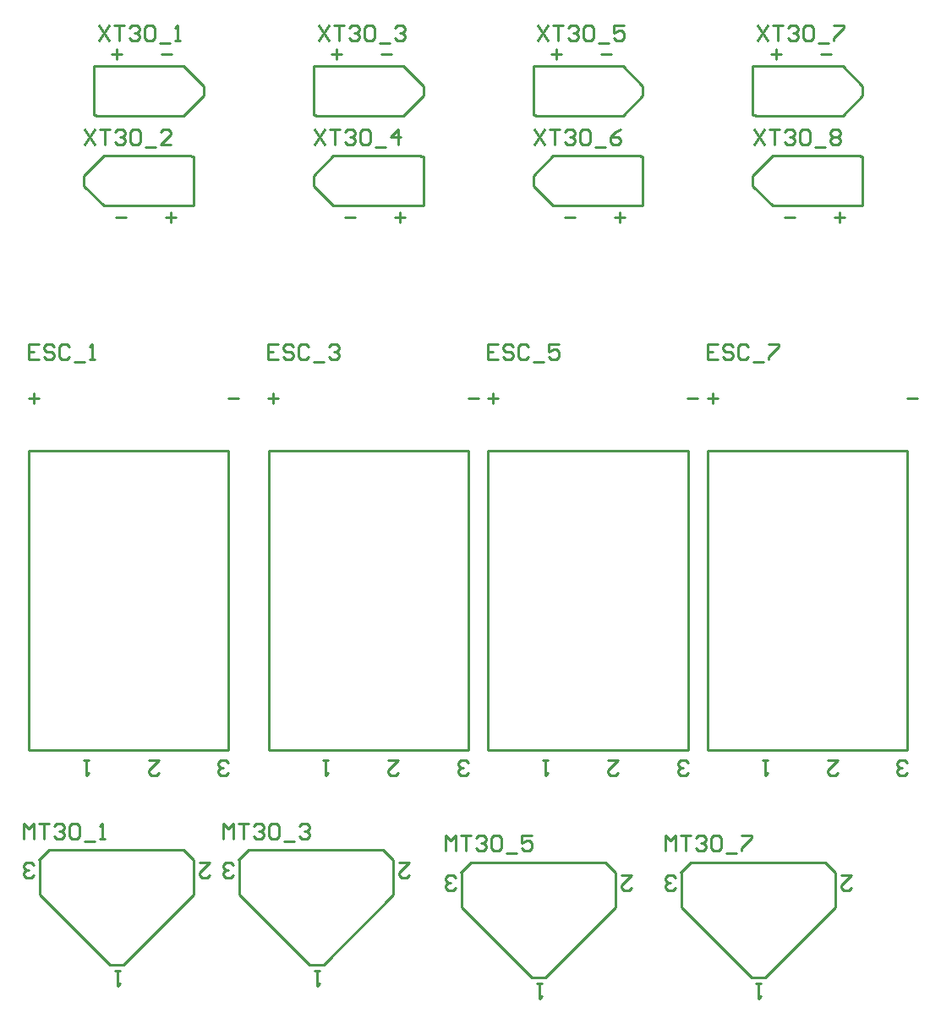
<source format=gto>
G04 Layer_Color=65535*
%FSLAX25Y25*%
%MOIN*%
G70*
G01*
G75*
%ADD15C,0.01000*%
%ADD16C,0.01000*%
D15*
X131890Y451181D02*
X132677D01*
X133071Y450787D01*
X152362D01*
X160236D01*
X164173D01*
X165354D01*
X167323D01*
X175197Y458661D01*
Y462598D01*
X167323Y470472D02*
X175197Y462598D01*
X131890Y470472D02*
X167323D01*
X131890Y451181D02*
Y470472D01*
X218504Y451181D02*
X219291D01*
X219685Y450787D01*
X238976D01*
X246850D01*
X250787D01*
X251969D01*
X253937D01*
X261811Y458661D01*
Y462598D01*
X253937Y470472D02*
X261811Y462598D01*
X218504Y470472D02*
X253937D01*
X218504Y451181D02*
Y470472D01*
X391732Y451181D02*
X392520D01*
X392913Y450787D01*
X412205D01*
X420079D01*
X424016D01*
X425197D01*
X427165D01*
X435039Y458661D01*
Y462598D01*
X427165Y470472D02*
X435039Y462598D01*
X391732Y470472D02*
X427165D01*
X391732Y451181D02*
Y470472D01*
X305118Y451181D02*
X305906D01*
X306299Y450787D01*
X325591D01*
X333465D01*
X337402D01*
X338583D01*
X340551D01*
X348425Y458661D01*
Y462598D01*
X340551Y470472D02*
X348425Y462598D01*
X305118Y470472D02*
X340551D01*
X305118Y451181D02*
Y470472D01*
X452756Y200787D02*
Y318898D01*
X374016Y200787D02*
X452756D01*
X374016D02*
Y318898D01*
X452756D01*
X304528Y111272D02*
X308071D01*
X276969Y138831D02*
X304528Y111272D01*
X276969Y138831D02*
Y152217D01*
X276575Y152610D02*
X276969Y152217D01*
X276575Y152610D02*
X280512Y156547D01*
X308071Y111272D02*
X310039D01*
X337598Y138831D01*
Y152610D01*
X333661Y156547D02*
X337598Y152610D01*
X280512Y156547D02*
X333661D01*
X366142Y200787D02*
Y318898D01*
X287402Y200787D02*
X366142D01*
X287402D02*
Y318898D01*
X366142D01*
X434252Y434646D02*
X435039D01*
X433858Y435039D02*
X434252Y434646D01*
X414567Y435039D02*
X433858D01*
X406693D02*
X414567D01*
X402756D02*
X406693D01*
X401575D02*
X402756D01*
X399606D02*
X401575D01*
X391732Y427165D02*
X399606Y435039D01*
X391732Y423228D02*
Y427165D01*
Y423228D02*
X399606Y415354D01*
X435039D01*
Y434646D01*
X347638D02*
X348425D01*
X347244Y435039D02*
X347638Y434646D01*
X327953Y435039D02*
X347244D01*
X320079D02*
X327953D01*
X316142D02*
X320079D01*
X314961D02*
X316142D01*
X312992D02*
X314961D01*
X305118Y427165D02*
X312992Y435039D01*
X305118Y423228D02*
Y427165D01*
Y423228D02*
X312992Y415354D01*
X348425D01*
Y434646D01*
X261024D02*
X261811D01*
X260630Y435039D02*
X261024Y434646D01*
X241339Y435039D02*
X260630D01*
X233465D02*
X241339D01*
X229528D02*
X233465D01*
X228346D02*
X229528D01*
X226378D02*
X228346D01*
X218504Y427165D02*
X226378Y435039D01*
X218504Y423228D02*
Y427165D01*
Y423228D02*
X226378Y415354D01*
X261811D01*
Y434646D01*
X170472D02*
X171260D01*
X170079Y435039D02*
X170472Y434646D01*
X150787Y435039D02*
X170079D01*
X142913D02*
X150787D01*
X138976D02*
X142913D01*
X137795D02*
X138976D01*
X135827D02*
X137795D01*
X127953Y427165D02*
X135827Y435039D01*
X127953Y423228D02*
Y427165D01*
Y423228D02*
X135827Y415354D01*
X171260D01*
Y434646D01*
X391142Y111272D02*
X394685D01*
X363583Y138831D02*
X391142Y111272D01*
X363583Y138831D02*
Y152217D01*
X363189Y152610D02*
X363583Y152217D01*
X363189Y152610D02*
X367126Y156547D01*
X394685Y111272D02*
X396654D01*
X424213Y138831D01*
Y152610D01*
X420276Y156547D02*
X424213Y152610D01*
X367126Y156547D02*
X420276D01*
X216929Y116142D02*
X220472D01*
X189370Y143701D02*
X216929Y116142D01*
X189370Y143701D02*
Y157087D01*
X188976Y157481D02*
X189370Y157087D01*
X188976Y157481D02*
X192913Y161418D01*
X220472Y116142D02*
X222441D01*
X250000Y143701D01*
Y157481D01*
X250000D02*
X250000D01*
X246063Y161418D02*
X250000Y157481D01*
X192913Y161418D02*
X246063D01*
X138189Y116142D02*
X141732D01*
X110630Y143701D02*
X138189Y116142D01*
X110630Y143701D02*
Y157087D01*
X110236Y157481D02*
X110630Y157087D01*
X110236Y157481D02*
X114173Y161418D01*
X141732Y116142D02*
X143701D01*
X171260Y143701D01*
Y157481D01*
X167323Y161418D02*
X171260Y157481D01*
X114173Y161418D02*
X167323D01*
X279528Y200787D02*
Y318898D01*
X200787Y200787D02*
X279528D01*
X200787D02*
Y318898D01*
X279528D01*
X185039Y200787D02*
Y318898D01*
X106299Y200787D02*
X185039D01*
X106299D02*
Y318898D01*
X185039D01*
X133858Y486313D02*
X137857Y480315D01*
Y486313D02*
X133858Y480315D01*
X139856Y486313D02*
X143855D01*
X141856D01*
Y480315D01*
X145854Y485313D02*
X146854Y486313D01*
X148853D01*
X149853Y485313D01*
Y484314D01*
X148853Y483314D01*
X147854D01*
X148853D01*
X149853Y482314D01*
Y481315D01*
X148853Y480315D01*
X146854D01*
X145854Y481315D01*
X151852Y485313D02*
X152852Y486313D01*
X154851D01*
X155851Y485313D01*
Y481315D01*
X154851Y480315D01*
X152852D01*
X151852Y481315D01*
Y485313D01*
X157851Y479315D02*
X161849D01*
X163849Y480315D02*
X165848D01*
X164848D01*
Y486313D01*
X163849Y485313D01*
X158661Y475046D02*
X162660D01*
X138976D02*
X142975D01*
X140976Y477046D02*
Y473047D01*
X220472Y486313D02*
X224471Y480315D01*
Y486313D02*
X220472Y480315D01*
X226470Y486313D02*
X230469D01*
X228470D01*
Y480315D01*
X232469Y485313D02*
X233468Y486313D01*
X235468D01*
X236467Y485313D01*
Y484314D01*
X235468Y483314D01*
X234468D01*
X235468D01*
X236467Y482314D01*
Y481315D01*
X235468Y480315D01*
X233468D01*
X232469Y481315D01*
X238467Y485313D02*
X239466Y486313D01*
X241466D01*
X242465Y485313D01*
Y481315D01*
X241466Y480315D01*
X239466D01*
X238467Y481315D01*
Y485313D01*
X244465Y479315D02*
X248463D01*
X250463Y485313D02*
X251462Y486313D01*
X253462D01*
X254462Y485313D01*
Y484314D01*
X253462Y483314D01*
X252462D01*
X253462D01*
X254462Y482314D01*
Y481315D01*
X253462Y480315D01*
X251462D01*
X250463Y481315D01*
X245276Y475046D02*
X249274D01*
X225590D02*
X229589D01*
X227590Y477046D02*
Y473047D01*
X393701Y486313D02*
X397699Y480315D01*
Y486313D02*
X393701Y480315D01*
X399699Y486313D02*
X403698D01*
X401698D01*
Y480315D01*
X405697Y485313D02*
X406697Y486313D01*
X408696D01*
X409696Y485313D01*
Y484314D01*
X408696Y483314D01*
X407696D01*
X408696D01*
X409696Y482314D01*
Y481315D01*
X408696Y480315D01*
X406697D01*
X405697Y481315D01*
X411695Y485313D02*
X412695Y486313D01*
X414694D01*
X415694Y485313D01*
Y481315D01*
X414694Y480315D01*
X412695D01*
X411695Y481315D01*
Y485313D01*
X417693Y479315D02*
X421692D01*
X423691Y486313D02*
X427690D01*
Y485313D01*
X423691Y481315D01*
Y480315D01*
X418504Y475046D02*
X422503D01*
X398819D02*
X402818D01*
X400818Y477046D02*
Y473047D01*
X307087Y486313D02*
X311085Y480315D01*
Y486313D02*
X307087Y480315D01*
X313085Y486313D02*
X317083D01*
X315084D01*
Y480315D01*
X319083Y485313D02*
X320082Y486313D01*
X322082D01*
X323081Y485313D01*
Y484314D01*
X322082Y483314D01*
X321082D01*
X322082D01*
X323081Y482314D01*
Y481315D01*
X322082Y480315D01*
X320082D01*
X319083Y481315D01*
X325081Y485313D02*
X326080Y486313D01*
X328080D01*
X329080Y485313D01*
Y481315D01*
X328080Y480315D01*
X326080D01*
X325081Y481315D01*
Y485313D01*
X331079Y479315D02*
X335078D01*
X341076Y486313D02*
X337077D01*
Y483314D01*
X339076Y484314D01*
X340076D01*
X341076Y483314D01*
Y481315D01*
X340076Y480315D01*
X338077D01*
X337077Y481315D01*
X331890Y475046D02*
X335889D01*
X312205D02*
X316203D01*
X314204Y477046D02*
Y473047D01*
X377904Y360811D02*
X373905D01*
Y354813D01*
X377904D01*
X373905Y357812D02*
X375905D01*
X383902Y359812D02*
X382902Y360811D01*
X380903D01*
X379903Y359812D01*
Y358812D01*
X380903Y357812D01*
X382902D01*
X383902Y356813D01*
Y355813D01*
X382902Y354813D01*
X380903D01*
X379903Y355813D01*
X389900Y359812D02*
X388900Y360811D01*
X386901D01*
X385901Y359812D01*
Y355813D01*
X386901Y354813D01*
X388900D01*
X389900Y355813D01*
X391899Y353814D02*
X395898D01*
X397898Y360811D02*
X401896D01*
Y359812D01*
X397898Y355813D01*
Y354813D01*
X377953Y339521D02*
X373954D01*
X375953Y337521D02*
Y341520D01*
X456693Y339521D02*
X452694D01*
X397638Y196850D02*
X395638D01*
X396638D01*
Y190852D01*
X397638Y191852D01*
X421198Y196850D02*
X425197D01*
X421198Y192852D01*
Y191852D01*
X422198Y190852D01*
X424197D01*
X425197Y191852D01*
X452756D02*
X451756Y190852D01*
X449757D01*
X448757Y191852D01*
Y192852D01*
X449757Y193851D01*
X450757D01*
X449757D01*
X448757Y194851D01*
Y195851D01*
X449757Y196850D01*
X451756D01*
X452756Y195851D01*
X270615Y161089D02*
Y167087D01*
X272614Y165088D01*
X274614Y167087D01*
Y161089D01*
X276613Y167087D02*
X280612D01*
X278612D01*
Y161089D01*
X282611Y166087D02*
X283611Y167087D01*
X285610D01*
X286610Y166087D01*
Y165088D01*
X285610Y164088D01*
X284610D01*
X285610D01*
X286610Y163088D01*
Y162089D01*
X285610Y161089D01*
X283611D01*
X282611Y162089D01*
X288609Y166087D02*
X289609Y167087D01*
X291608D01*
X292608Y166087D01*
Y162089D01*
X291608Y161089D01*
X289609D01*
X288609Y162089D01*
Y166087D01*
X294607Y160089D02*
X298606D01*
X304604Y167087D02*
X300605D01*
Y164088D01*
X302605Y165088D01*
X303604D01*
X304604Y164088D01*
Y162089D01*
X303604Y161089D01*
X301605D01*
X300605Y162089D01*
X308465Y108909D02*
X306465D01*
X307465D01*
Y102911D01*
X308465Y103911D01*
X274606Y146431D02*
X273607Y145431D01*
X271607D01*
X270608Y146431D01*
Y147430D01*
X271607Y148430D01*
X272607D01*
X271607D01*
X270608Y149430D01*
Y150429D01*
X271607Y151429D01*
X273607D01*
X274606Y150429D01*
X339899Y151429D02*
X343898D01*
X339899Y147430D01*
Y146431D01*
X340899Y145431D01*
X342898D01*
X343898Y146431D01*
X291322Y360823D02*
X287323D01*
Y354824D01*
X291322D01*
X287323Y357823D02*
X289323D01*
X297320Y359823D02*
X296320Y360823D01*
X294321D01*
X293321Y359823D01*
Y358823D01*
X294321Y357823D01*
X296320D01*
X297320Y356824D01*
Y355824D01*
X296320Y354824D01*
X294321D01*
X293321Y355824D01*
X303318Y359823D02*
X302319Y360823D01*
X300319D01*
X299320Y359823D01*
Y355824D01*
X300319Y354824D01*
X302319D01*
X303318Y355824D01*
X305317Y353825D02*
X309316D01*
X315314Y360823D02*
X311316D01*
Y357823D01*
X313315Y358823D01*
X314315D01*
X315314Y357823D01*
Y355824D01*
X314315Y354824D01*
X312315D01*
X311316Y355824D01*
X291339Y339521D02*
X287340D01*
X289339Y337521D02*
Y341520D01*
X370079Y339521D02*
X366080D01*
X311024Y196850D02*
X309024D01*
X310024D01*
Y190852D01*
X311024Y191852D01*
X334584Y196850D02*
X338583D01*
X334584Y192852D01*
Y191852D01*
X335584Y190852D01*
X337583D01*
X338583Y191852D01*
X366142D02*
X365142Y190852D01*
X363143D01*
X362143Y191852D01*
Y192852D01*
X363143Y193851D01*
X364142D01*
X363143D01*
X362143Y194851D01*
Y195851D01*
X363143Y196850D01*
X365142D01*
X366142Y195851D01*
X104289Y165870D02*
Y171868D01*
X106288Y169869D01*
X108288Y171868D01*
Y165870D01*
X110287Y171868D02*
X114286D01*
X112286D01*
Y165870D01*
X116285Y170869D02*
X117285Y171868D01*
X119284D01*
X120284Y170869D01*
Y169869D01*
X119284Y168869D01*
X118284D01*
X119284D01*
X120284Y167869D01*
Y166870D01*
X119284Y165870D01*
X117285D01*
X116285Y166870D01*
X122283Y170869D02*
X123283Y171868D01*
X125282D01*
X126282Y170869D01*
Y166870D01*
X125282Y165870D01*
X123283D01*
X122283Y166870D01*
Y170869D01*
X128281Y164871D02*
X132280D01*
X134279Y165870D02*
X136279D01*
X135279D01*
Y171868D01*
X134279Y170869D01*
X142126Y113780D02*
X140127D01*
X141126D01*
Y107782D01*
X142126Y108781D01*
X108268Y151301D02*
X107268Y150301D01*
X105269D01*
X104269Y151301D01*
Y152301D01*
X105269Y153300D01*
X106268D01*
X105269D01*
X104269Y154300D01*
Y155300D01*
X105269Y156299D01*
X107268D01*
X108268Y155300D01*
X173560Y156299D02*
X177559D01*
X173560Y152301D01*
Y151301D01*
X174560Y150301D01*
X176559D01*
X177559Y151301D01*
X110258Y360745D02*
X106259D01*
Y354747D01*
X110258D01*
X106259Y357746D02*
X108258D01*
X116256Y359746D02*
X115256Y360745D01*
X113257D01*
X112257Y359746D01*
Y358746D01*
X113257Y357746D01*
X115256D01*
X116256Y356747D01*
Y355747D01*
X115256Y354747D01*
X113257D01*
X112257Y355747D01*
X122254Y359746D02*
X121254Y360745D01*
X119255D01*
X118255Y359746D01*
Y355747D01*
X119255Y354747D01*
X121254D01*
X122254Y355747D01*
X124253Y353748D02*
X128252D01*
X130251Y354747D02*
X132251D01*
X131251D01*
Y360745D01*
X130251Y359746D01*
X110236Y339521D02*
X106237D01*
X108237Y337521D02*
Y341520D01*
X188976Y339521D02*
X184978D01*
X129921Y196850D02*
X127922D01*
X128922D01*
Y190852D01*
X129921Y191852D01*
X153482Y196850D02*
X157480D01*
X153482Y192852D01*
Y191852D01*
X154481Y190852D01*
X156481D01*
X157480Y191852D01*
X185039D02*
X184040Y190852D01*
X182040D01*
X181041Y191852D01*
Y192852D01*
X182040Y193851D01*
X183040D01*
X182040D01*
X181041Y194851D01*
Y195851D01*
X182040Y196850D01*
X184040D01*
X185039Y195851D01*
X357193Y161078D02*
Y167076D01*
X359192Y165077D01*
X361192Y167076D01*
Y161078D01*
X363191Y167076D02*
X367190D01*
X365190D01*
Y161078D01*
X369189Y166076D02*
X370189Y167076D01*
X372188D01*
X373188Y166076D01*
Y165077D01*
X372188Y164077D01*
X371188D01*
X372188D01*
X373188Y163077D01*
Y162078D01*
X372188Y161078D01*
X370189D01*
X369189Y162078D01*
X375187Y166076D02*
X376187Y167076D01*
X378186D01*
X379186Y166076D01*
Y162078D01*
X378186Y161078D01*
X376187D01*
X375187Y162078D01*
Y166076D01*
X381185Y160078D02*
X385184D01*
X387183Y167076D02*
X391182D01*
Y166076D01*
X387183Y162078D01*
Y161078D01*
X395079Y108909D02*
X393079D01*
X394079D01*
Y102911D01*
X395079Y103911D01*
X361221Y146431D02*
X360221Y145431D01*
X358221D01*
X357222Y146431D01*
Y147430D01*
X358221Y148430D01*
X359221D01*
X358221D01*
X357222Y149430D01*
Y150429D01*
X358221Y151429D01*
X360221D01*
X361221Y150429D01*
X426513Y151429D02*
X430512D01*
X426513Y147430D01*
Y146431D01*
X427513Y145431D01*
X429512D01*
X430512Y146431D01*
X128411Y445524D02*
X132410Y439526D01*
Y445524D02*
X128411Y439526D01*
X134409Y445524D02*
X138408D01*
X136408D01*
Y439526D01*
X140407Y444524D02*
X141407Y445524D01*
X143406D01*
X144406Y444524D01*
Y443525D01*
X143406Y442525D01*
X142406D01*
X143406D01*
X144406Y441525D01*
Y440526D01*
X143406Y439526D01*
X141407D01*
X140407Y440526D01*
X146405Y444524D02*
X147405Y445524D01*
X149404D01*
X150404Y444524D01*
Y440526D01*
X149404Y439526D01*
X147405D01*
X146405Y440526D01*
Y444524D01*
X152403Y438526D02*
X156402D01*
X162400Y439526D02*
X158401D01*
X162400Y443525D01*
Y444524D01*
X161400Y445524D01*
X159401D01*
X158401Y444524D01*
X144488Y410780D02*
X140489D01*
X164173D02*
X160175D01*
X162174Y408781D02*
Y412780D01*
X392278Y445528D02*
X396277Y439530D01*
Y445528D02*
X392278Y439530D01*
X398276Y445528D02*
X402275D01*
X400275D01*
Y439530D01*
X404274Y444528D02*
X405274Y445528D01*
X407273D01*
X408273Y444528D01*
Y443529D01*
X407273Y442529D01*
X406273D01*
X407273D01*
X408273Y441529D01*
Y440530D01*
X407273Y439530D01*
X405274D01*
X404274Y440530D01*
X410272Y444528D02*
X411272Y445528D01*
X413271D01*
X414271Y444528D01*
Y440530D01*
X413271Y439530D01*
X411272D01*
X410272Y440530D01*
Y444528D01*
X416270Y438530D02*
X420269D01*
X422268Y444528D02*
X423268Y445528D01*
X425267D01*
X426267Y444528D01*
Y443529D01*
X425267Y442529D01*
X426267Y441529D01*
Y440530D01*
X425267Y439530D01*
X423268D01*
X422268Y440530D01*
Y441529D01*
X423268Y442529D01*
X422268Y443529D01*
Y444528D01*
X423268Y442529D02*
X425267D01*
X408268Y410781D02*
X404269D01*
X427953D02*
X423954D01*
X425953Y408781D02*
Y412780D01*
X182962Y165896D02*
Y171894D01*
X184961Y169895D01*
X186961Y171894D01*
Y165896D01*
X188960Y171894D02*
X192959D01*
X190960D01*
Y165896D01*
X194958Y170895D02*
X195958Y171894D01*
X197957D01*
X198957Y170895D01*
Y169895D01*
X197957Y168895D01*
X196958D01*
X197957D01*
X198957Y167895D01*
Y166896D01*
X197957Y165896D01*
X195958D01*
X194958Y166896D01*
X200956Y170895D02*
X201956Y171894D01*
X203955D01*
X204955Y170895D01*
Y166896D01*
X203955Y165896D01*
X201956D01*
X200956Y166896D01*
Y170895D01*
X206954Y164897D02*
X210953D01*
X212952Y170895D02*
X213952Y171894D01*
X215951D01*
X216951Y170895D01*
Y169895D01*
X215951Y168895D01*
X214952D01*
X215951D01*
X216951Y167895D01*
Y166896D01*
X215951Y165896D01*
X213952D01*
X212952Y166896D01*
X220866Y113780D02*
X218867D01*
X219866D01*
Y107782D01*
X220866Y108781D01*
X187008Y151301D02*
X186008Y150301D01*
X184009D01*
X183009Y151301D01*
Y152301D01*
X184009Y153300D01*
X185008D01*
X184009D01*
X183009Y154300D01*
Y155300D01*
X184009Y156299D01*
X186008D01*
X187008Y155300D01*
X252300Y156299D02*
X256299D01*
X252300Y152301D01*
Y151301D01*
X253300Y150301D01*
X255299D01*
X256299Y151301D01*
X204755Y360818D02*
X200757D01*
Y354820D01*
X204755D01*
X200757Y357819D02*
X202756D01*
X210753Y359818D02*
X209754Y360818D01*
X207754D01*
X206755Y359818D01*
Y358818D01*
X207754Y357819D01*
X209754D01*
X210753Y356819D01*
Y355819D01*
X209754Y354820D01*
X207754D01*
X206755Y355819D01*
X216752Y359818D02*
X215752Y360818D01*
X213753D01*
X212753Y359818D01*
Y355819D01*
X213753Y354820D01*
X215752D01*
X216752Y355819D01*
X218751Y353820D02*
X222750D01*
X224749Y359818D02*
X225749Y360818D01*
X227748D01*
X228748Y359818D01*
Y358818D01*
X227748Y357819D01*
X226748D01*
X227748D01*
X228748Y356819D01*
Y355819D01*
X227748Y354820D01*
X225749D01*
X224749Y355819D01*
X204724Y339521D02*
X200726D01*
X202725Y337521D02*
Y341520D01*
X283465Y339521D02*
X279466D01*
X224410Y196850D02*
X222410D01*
X223410D01*
Y190852D01*
X224410Y191852D01*
X247970Y196850D02*
X251969D01*
X247970Y192852D01*
Y191852D01*
X248970Y190852D01*
X250969D01*
X251969Y191852D01*
X279528D02*
X278528Y190852D01*
X276529D01*
X275529Y191852D01*
Y192852D01*
X276529Y193851D01*
X277528D01*
X276529D01*
X275529Y194851D01*
Y195851D01*
X276529Y196850D01*
X278528D01*
X279528Y195851D01*
X218959Y445498D02*
X222958Y439500D01*
Y445498D02*
X218959Y439500D01*
X224957Y445498D02*
X228956D01*
X226957D01*
Y439500D01*
X230955Y444498D02*
X231955Y445498D01*
X233954D01*
X234954Y444498D01*
Y443499D01*
X233954Y442499D01*
X232955D01*
X233954D01*
X234954Y441499D01*
Y440500D01*
X233954Y439500D01*
X231955D01*
X230955Y440500D01*
X236953Y444498D02*
X237953Y445498D01*
X239952D01*
X240952Y444498D01*
Y440500D01*
X239952Y439500D01*
X237953D01*
X236953Y440500D01*
Y444498D01*
X242951Y438500D02*
X246950D01*
X251948Y439500D02*
Y445498D01*
X248949Y442499D01*
X252948D01*
X235039Y410780D02*
X231041D01*
X254724D02*
X250726D01*
X252725Y408781D02*
Y412780D01*
X305615Y445502D02*
X309614Y439504D01*
Y445502D02*
X305615Y439504D01*
X311613Y445502D02*
X315612D01*
X313612D01*
Y439504D01*
X317611Y444502D02*
X318611Y445502D01*
X320610D01*
X321610Y444502D01*
Y443503D01*
X320610Y442503D01*
X319611D01*
X320610D01*
X321610Y441503D01*
Y440504D01*
X320610Y439504D01*
X318611D01*
X317611Y440504D01*
X323609Y444502D02*
X324609Y445502D01*
X326608D01*
X327608Y444502D01*
Y440504D01*
X326608Y439504D01*
X324609D01*
X323609Y440504D01*
Y444502D01*
X329607Y438504D02*
X333606D01*
X339604Y445502D02*
X337605Y444502D01*
X335605Y442503D01*
Y440504D01*
X336605Y439504D01*
X338604D01*
X339604Y440504D01*
Y441503D01*
X338604Y442503D01*
X335605D01*
X321654Y410781D02*
X317655D01*
X341339D02*
X337340D01*
X339339Y408781D02*
Y412780D01*
D16*
X276575Y152610D02*
D03*
X337598D02*
D03*
X363189D02*
D03*
X424213D02*
D03*
X188976Y157481D02*
D03*
X110236D02*
D03*
X171260D02*
D03*
M02*

</source>
